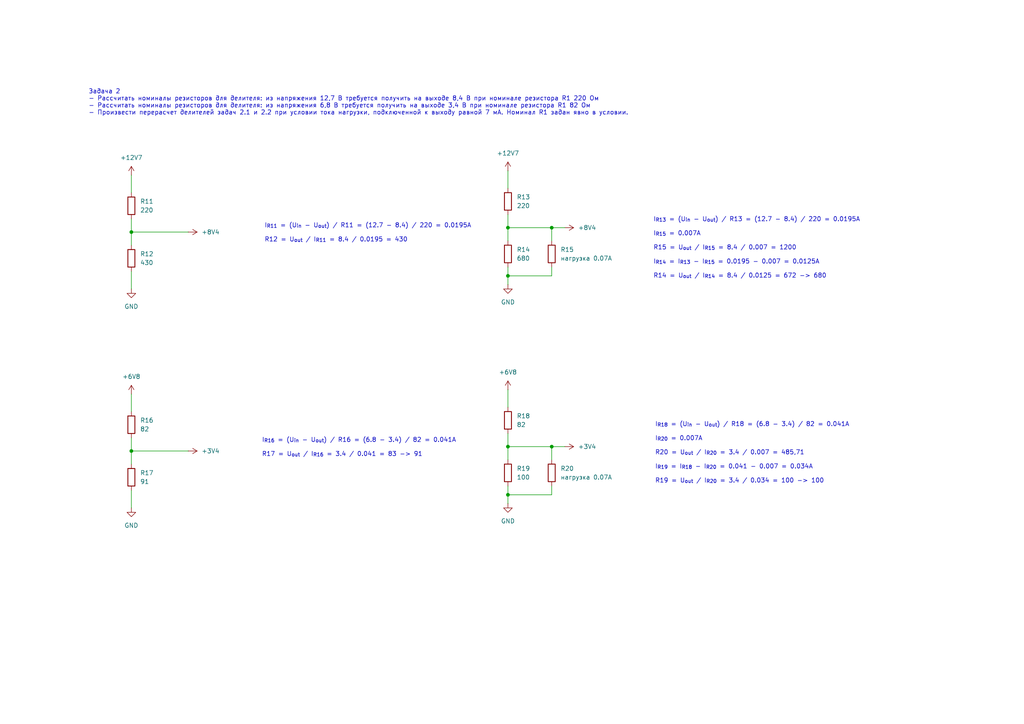
<source format=kicad_sch>
(kicad_sch (version 20231120) (generator "eeschema") (generator_version "8.0")
  (paper "A4")
  (lib_symbols
    (symbol "Device:R" (pin_numbers hide) (pin_names (offset 0))
      (property "Reference" "R" (at 2.032 0 90))
      (property "Value" "R" (at 0 0 90))
      (symbol "R_0_1"
        (rectangle (start -1.016 -2.54) (end 1.016 2.54) (stroke (width 0.254)))
      )
      (symbol "R_1_1"
        (pin passive line (at 0 3.81 270) (length 1.27) (name "~") (number "1"))
        (pin passive line (at 0 -3.81 90) (length 1.27) (name "~") (number "2"))
      )
    )
    (symbol "power:+3.3V" (power) (pin_numbers hide) (pin_names (offset 0) hide)
      (property "Value" "+3.3V" (at 0 3.556 0))
      (symbol "+3.3V_0_1"
        (polyline (pts (xy -0.762 1.27) (xy 0 2.54)))
        (polyline (pts (xy 0 0) (xy 0 2.54)))
        (polyline (pts (xy 0 2.54) (xy 0.762 1.27)))
      )
      (symbol "+3.3V_1_1"
        (pin power_in line (at 0 0 90) (length 0) (name "~") (number "1"))
      )
    )
    (symbol "power:GND" (power) (pin_numbers hide) (pin_names (offset 0) hide)
      (property "Value" "GND" (at 0 -3.81 0))
      (symbol "GND_0_1"
        (polyline (pts (xy 0 0) (xy 0 -1.27) (xy 1.27 -1.27) (xy 0 -2.54) (xy -1.27 -1.27) (xy 0 -1.27)))
      )
      (symbol "GND_1_1"
        (pin power_in line (at 0 0 270) (length 0) (name "~") (number "1"))
      )
    )
  )
  (junction (at 160.02 66.04))
  (junction (at 147.32 66.04))
  (junction (at 147.32 80.01))
  (junction (at 160.02 129.54))
  (junction (at 147.32 143.51))
  (junction (at 147.32 129.54))
  (junction (at 38.1 130.81))
  (junction (at 38.1 67.31))
  (wire (pts (xy 38.1 78.74) (xy 38.1 83.82)))
  (wire (pts (xy 160.02 129.54) (xy 160.02 133.35)))
  (wire (pts (xy 160.02 80.01) (xy 147.32 80.01)))
  (wire (pts (xy 38.1 50.8) (xy 38.1 55.88)))
  (wire (pts (xy 147.32 125.73) (xy 147.32 129.54)))
  (wire (pts (xy 147.32 133.35) (xy 147.32 129.54)))
  (wire (pts (xy 160.02 77.47) (xy 160.02 80.01)))
  (wire (pts (xy 147.32 62.23) (xy 147.32 66.04)))
  (wire (pts (xy 160.02 129.54) (xy 163.83 129.54)))
  (wire (pts (xy 160.02 66.04) (xy 160.02 69.85)))
  (wire (pts (xy 160.02 140.97) (xy 160.02 143.51)))
  (wire (pts (xy 38.1 71.12) (xy 38.1 67.31)))
  (wire (pts (xy 147.32 69.85) (xy 147.32 66.04)))
  (wire (pts (xy 38.1 130.81) (xy 54.61 130.81)))
  (wire (pts (xy 147.32 80.01) (xy 147.32 82.55)))
  (wire (pts (xy 147.32 49.53) (xy 147.32 54.61)))
  (wire (pts (xy 38.1 134.62) (xy 38.1 130.81)))
  (wire (pts (xy 38.1 63.5) (xy 38.1 67.31)))
  (wire (pts (xy 160.02 143.51) (xy 147.32 143.51)))
  (wire (pts (xy 147.32 66.04) (xy 160.02 66.04)))
  (wire (pts (xy 38.1 114.3) (xy 38.1 119.38)))
  (wire (pts (xy 147.32 77.47) (xy 147.32 80.01)))
  (wire (pts (xy 160.02 66.04) (xy 163.83 66.04)))
  (wire (pts (xy 38.1 142.24) (xy 38.1 147.32)))
  (wire (pts (xy 147.32 129.54) (xy 160.02 129.54)))
  (wire (pts (xy 38.1 127) (xy 38.1 130.81)))
  (wire (pts (xy 147.32 140.97) (xy 147.32 143.51)))
  (wire (pts (xy 38.1 67.31) (xy 54.61 67.31)))
  (wire (pts (xy 147.32 143.51) (xy 147.32 146.05)))
  (wire (pts (xy 147.32 113.03) (xy 147.32 118.11)))
  (text "I_{R11} = (U_{in} - U_{out}) / R11 = (12.7 - 8.4) / 220 = 0.0195A\n\nR12 = U_{out} / I_{R11} = 8.4 / 0.0195 = 430" (at 76.708 64.77 0) (effects (font (size 1.27 1.27)) (justify left top)))
  (text "I_{R13} = (U_{in} - U_{out}) / R13 = (12.7 - 8.4) / 220 = 0.0195A\n\nI_{R15} = 0.007A\n\nR15 = U_{out} / I_{R15} = 8.4 / 0.007 = 1200\n\nI_{R14} = I_{R13} - I_{R15} = 0.0195 - 0.007 = 0.0125A\n\nR14 = U_{out} / I_{R14} = 8.4 / 0.0125 = 672 -> 680" (at 189.484 62.992 0) (effects (font (size 1.27 1.27)) (justify left top)))
  (text "Задача 2\n- Рассчитать номиналы резисторов для делителя: из напряжения 12,7 В требуется получить на выходе 8,4 В при номинале резистора R1 220 Ом\n- Рассчитать номиналы резисторов для делителя: из напряжения 6,8 В требуется получить на выходе 3,4 В при номинале резистора R1 82 Ом\n- Произвести перерасчет делителей задач 2.1 и 2.2 при условии тока нагрузки, подключенной к выходу равной 7 мА. Номинал R1 задан явно в условии.\n" (at 25.654 25.908 0) (effects (font (size 1.27 1.27)) (justify left top)))
  (text "I_{R16} = (U_{in} - U_{out}) / R16 = (6.8 - 3.4) / 82 = 0.041A\n\nR17 = U_{out} / I_{R16} = 3.4 / 0.041 = 83 -> 91" (at 75.946 127 0) (effects (font (size 1.27 1.27)) (justify left top)))
  (text "I_{R18} = (U_{in} - U_{out}) / R18 = (6.8 - 3.4) / 82 = 0.041A\n\nI_{R20} = 0.007A\n\nR20 = U_{out} / I_{R20} = 3.4 / 0.007 = 485,71\n\nI_{R19} = I_{R18} - I_{R20} = 0.041 - 0.007 = 0.034A\n\nR19 = U_{out} / I_{R20} = 3.4 / 0.034 = 100 -> 100" (at 189.992 122.428 0) (effects (font (size 1.27 1.27)) (justify left top)))
  (symbol (lib_id "power:+3.3V") (at 54.61 130.81 270) (unit 1)
    (property "Reference" "#PWR0110" (effects (hide yes)))
    (property "Value" "+3V4" (at 58.42 130.8099 90) (effects (justify left)))
    (property "Description" "Power symbol creates a global label with name \"+3.3V\"" (effects (hide yes)))
  )
  (symbol (lib_id "power:GND") (at 38.1 83.82 0) (unit 1)
    (property "Reference" "#PWR0104" (effects (hide yes)))
    (property "Value" "GND" (at 38.1 88.9 0))
    (property "Description" "Power symbol creates a global label with name \"GND\" , ground" (effects (hide yes)))
  )
  (symbol (lib_id "Device:R") (at 160.02 137.16 0) (unit 1)
    (property "Reference" "R20" (at 162.56 135.8899 0) (effects (justify left)))
    (property "Value" "нагрузка 0.07A" (at 162.56 138.4299 0) (effects (justify left)))
    (property "Description" "Resistor" (effects (hide yes)))
  )
  (symbol (lib_id "Device:R") (at 160.02 73.66 0) (unit 1)
    (property "Reference" "R15" (at 162.56 72.3899 0) (effects (justify left)))
    (property "Value" "нагрузка 0.07A" (at 162.56 74.9299 0) (effects (justify left)))
    (property "Description" "Resistor" (effects (hide yes)))
  )
  (symbol (lib_id "Device:R") (at 38.1 59.69 0) (unit 1)
    (property "Reference" "R11" (at 40.64 58.4199 0) (effects (justify left)))
    (property "Value" "220" (at 40.64 60.9599 0) (effects (justify left)))
    (property "Description" "Resistor" (effects (hide yes)))
  )
  (symbol (lib_id "power:+3.3V") (at 38.1 50.8 0) (unit 1)
    (property "Reference" "#PWR0106" (effects (hide yes)))
    (property "Value" "+12V7" (at 38.1 45.72 0))
    (property "Description" "Power symbol creates a global label with name \"+3.3V\"" (effects (hide yes)))
  )
  (symbol (lib_id "Device:R") (at 147.32 137.16 0) (unit 1)
    (property "Reference" "R19" (at 149.86 135.8899 0) (effects (justify left)))
    (property "Value" "100" (at 149.86 138.4299 0) (effects (justify left)))
    (property "Description" "Resistor" (effects (hide yes)))
  )
  (symbol (lib_id "power:+3.3V") (at 163.83 129.54 270) (unit 1)
    (property "Reference" "#PWR0112" (effects (hide yes)))
    (property "Value" "+3V4" (at 167.64 129.5399 90) (effects (justify left)))
    (property "Description" "Power symbol creates a global label with name \"+3.3V\"" (effects (hide yes)))
  )
  (symbol (lib_id "Device:R") (at 38.1 138.43 0) (unit 1)
    (property "Reference" "R17" (at 40.64 137.1599 0) (effects (justify left)))
    (property "Value" "91" (at 40.64 139.6999 0) (effects (justify left)))
    (property "Description" "Resistor" (effects (hide yes)))
  )
  (symbol (lib_id "power:GND") (at 147.32 82.55 0) (unit 1)
    (property "Reference" "#PWR0103" (effects (hide yes)))
    (property "Value" "GND" (at 147.32 87.63 0))
    (property "Description" "Power symbol creates a global label with name \"GND\" , ground" (effects (hide yes)))
  )
  (symbol (lib_id "power:+3.3V") (at 38.1 114.3 0) (unit 1)
    (property "Reference" "#PWR0107" (effects (hide yes)))
    (property "Value" "+6V8" (at 38.1 109.22 0))
    (property "Description" "Power symbol creates a global label with name \"+3.3V\"" (effects (hide yes)))
  )
  (symbol (lib_id "Device:R") (at 147.32 73.66 0) (unit 1)
    (property "Reference" "R14" (at 149.86 72.3899 0) (effects (justify left)))
    (property "Value" "680" (at 149.86 74.9299 0) (effects (justify left)))
    (property "Description" "Resistor" (effects (hide yes)))
  )
  (symbol (lib_id "power:+3.3V") (at 147.32 49.53 0) (unit 1)
    (property "Reference" "#PWR0105" (effects (hide yes)))
    (property "Value" "+12V7" (at 147.32 44.45 0))
    (property "Description" "Power symbol creates a global label with name \"+3.3V\"" (effects (hide yes)))
  )
  (symbol (lib_id "Device:R") (at 38.1 123.19 0) (unit 1)
    (property "Reference" "R16" (at 40.64 121.9199 0) (effects (justify left)))
    (property "Value" "82" (at 40.64 124.4599 0) (effects (justify left)))
    (property "Description" "Resistor" (effects (hide yes)))
  )
  (symbol (lib_id "power:+3.3V") (at 54.61 67.31 270) (unit 1)
    (property "Reference" "#PWR0109" (effects (hide yes)))
    (property "Value" "+8V4" (at 58.42 67.3099 90) (effects (justify left)))
    (property "Description" "Power symbol creates a global label with name \"+3.3V\"" (effects (hide yes)))
  )
  (symbol (lib_id "Device:R") (at 38.1 74.93 0) (unit 1)
    (property "Reference" "R12" (at 40.64 73.6599 0) (effects (justify left)))
    (property "Value" "430" (at 40.64 76.1999 0) (effects (justify left)))
    (property "Description" "Resistor" (effects (hide yes)))
  )
  (symbol (lib_id "power:+3.3V") (at 163.83 66.04 270) (unit 1)
    (property "Reference" "#PWR0111" (effects (hide yes)))
    (property "Value" "+8V4" (at 167.64 66.0399 90) (effects (justify left)))
    (property "Description" "Power symbol creates a global label with name \"+3.3V\"" (effects (hide yes)))
  )
  (symbol (lib_id "Device:R") (at 147.32 121.92 0) (unit 1)
    (property "Reference" "R18" (at 149.86 120.6499 0) (effects (justify left)))
    (property "Value" "82" (at 149.86 123.1899 0) (effects (justify left)))
    (property "Description" "Resistor" (effects (hide yes)))
  )
  (symbol (lib_id "power:GND") (at 38.1 147.32 0) (unit 1)
    (property "Reference" "#PWR0108" (effects (hide yes)))
    (property "Value" "GND" (at 38.1 152.4 0))
    (property "Description" "Power symbol creates a global label with name \"GND\" , ground" (effects (hide yes)))
  )
  (symbol (lib_id "Device:R") (at 147.32 58.42 0) (unit 1)
    (property "Reference" "R13" (at 149.86 57.1499 0) (effects (justify left)))
    (property "Value" "220" (at 149.86 59.6899 0) (effects (justify left)))
    (property "Description" "Resistor" (effects (hide yes)))
  )
  (symbol (lib_id "power:GND") (at 147.32 146.05 0) (unit 1)
    (property "Reference" "#PWR0101" (effects (hide yes)))
    (property "Value" "GND" (at 147.32 151.13 0))
    (property "Description" "Power symbol creates a global label with name \"GND\" , ground" (effects (hide yes)))
  )
  (symbol (lib_id "power:+3.3V") (at 147.32 113.03 0) (unit 1)
    (property "Reference" "#PWR0102" (effects (hide yes)))
    (property "Value" "+6V8" (at 147.32 107.95 0))
    (property "Description" "Power symbol creates a global label with name \"+3.3V\"" (effects (hide yes)))
  )
)
</source>
